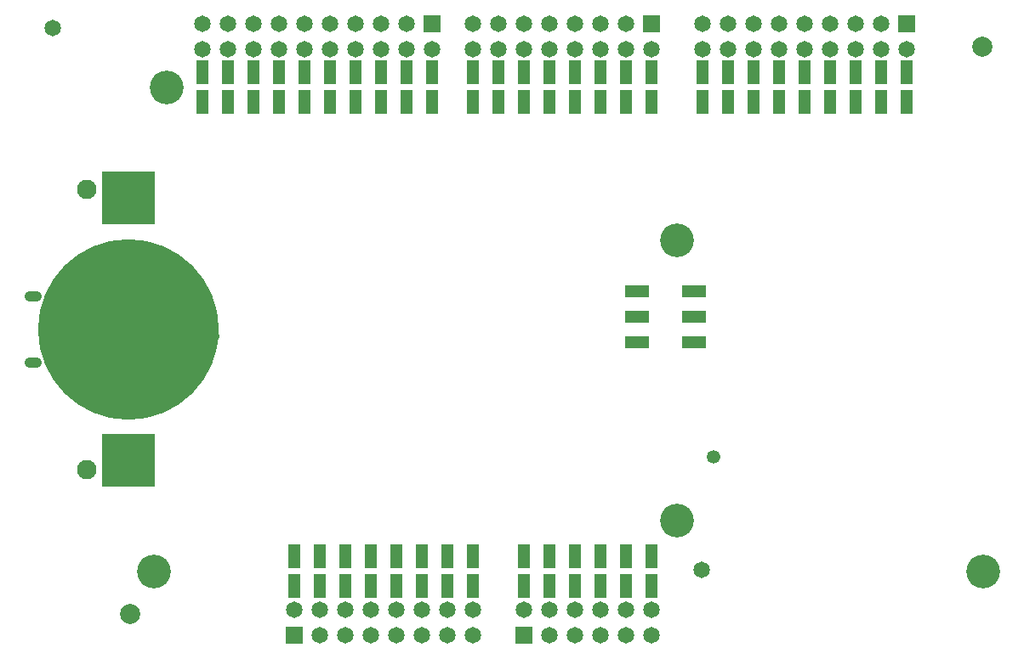
<source format=gbs>
G04 Layer_Color=16711935*
%FSLAX24Y24*%
%MOIN*%
G70*
G01*
G75*
%ADD104R,0.0462X0.0922*%
%ADD125C,0.0787*%
%ADD137C,0.0529*%
%ADD138C,0.0651*%
%ADD139O,0.0690X0.0414*%
%ADD140R,0.0651X0.0651*%
%ADD141C,0.0761*%
%ADD142C,0.1320*%
%ADD143C,0.0300*%
%ADD144C,0.7087*%
%ADD145R,0.0934X0.0462*%
%ADD146R,0.2060X0.2060*%
G04:AMPARAMS|DCode=147|XSize=399.7mil|YSize=399.7mil|CornerRadius=101.4mil|HoleSize=0mil|Usage=FLASHONLY|Rotation=270.000|XOffset=0mil|YOffset=0mil|HoleType=Round|Shape=RoundedRectangle|*
%AMROUNDEDRECTD147*
21,1,0.3997,0.1969,0,0,270.0*
21,1,0.1969,0.3997,0,0,270.0*
1,1,0.2029,-0.0984,-0.0984*
1,1,0.2029,-0.0984,0.0984*
1,1,0.2029,0.0984,0.0984*
1,1,0.2029,0.0984,-0.0984*
%
%ADD147ROUNDEDRECTD147*%
D104*
X26995Y22567D02*
D03*
Y21414D02*
D03*
X34995D02*
D03*
Y22567D02*
D03*
X30995D02*
D03*
Y21414D02*
D03*
X29995Y22567D02*
D03*
Y21414D02*
D03*
X31995Y22567D02*
D03*
Y21414D02*
D03*
X32995Y22567D02*
D03*
Y21414D02*
D03*
X33995D02*
D03*
Y22567D02*
D03*
X27995Y21414D02*
D03*
Y22567D02*
D03*
X28995Y21414D02*
D03*
Y22567D02*
D03*
X10995Y3567D02*
D03*
Y2414D02*
D03*
X14995D02*
D03*
Y3567D02*
D03*
X15995Y2414D02*
D03*
Y3567D02*
D03*
X13995Y2414D02*
D03*
Y3567D02*
D03*
X12995Y2414D02*
D03*
Y3567D02*
D03*
X11995D02*
D03*
Y2414D02*
D03*
X17995Y3567D02*
D03*
Y2414D02*
D03*
X16995Y3567D02*
D03*
Y2414D02*
D03*
X24995Y21414D02*
D03*
Y22567D02*
D03*
X20995D02*
D03*
Y21414D02*
D03*
X19995Y22567D02*
D03*
Y21414D02*
D03*
X21995Y22567D02*
D03*
Y21414D02*
D03*
X22995Y22567D02*
D03*
Y21414D02*
D03*
X23995D02*
D03*
Y22567D02*
D03*
X17995Y21414D02*
D03*
Y22567D02*
D03*
X18995Y21414D02*
D03*
Y22567D02*
D03*
X8395D02*
D03*
Y21414D02*
D03*
X7395Y22567D02*
D03*
Y21414D02*
D03*
X16395D02*
D03*
Y22567D02*
D03*
X12395D02*
D03*
Y21414D02*
D03*
X11395Y22567D02*
D03*
Y21414D02*
D03*
X13395Y22567D02*
D03*
Y21414D02*
D03*
X14395Y22567D02*
D03*
Y21414D02*
D03*
X15395D02*
D03*
Y22567D02*
D03*
X9395Y21414D02*
D03*
Y22567D02*
D03*
X10395Y21414D02*
D03*
Y22567D02*
D03*
X20995Y2414D02*
D03*
Y3567D02*
D03*
X21995D02*
D03*
Y2414D02*
D03*
X22995Y3567D02*
D03*
Y2414D02*
D03*
X24995Y3567D02*
D03*
Y2414D02*
D03*
X23995Y3567D02*
D03*
Y2414D02*
D03*
X19995D02*
D03*
Y3567D02*
D03*
D125*
X37968Y23591D02*
D03*
X4575Y1305D02*
D03*
D137*
X27419Y7485D02*
D03*
D138*
X1525Y24301D02*
D03*
X26975Y3051D02*
D03*
X27995Y24491D02*
D03*
Y23491D02*
D03*
X30995D02*
D03*
Y24491D02*
D03*
X32995Y23491D02*
D03*
Y24491D02*
D03*
X33995Y23491D02*
D03*
Y24491D02*
D03*
X34995Y23491D02*
D03*
X31995Y24491D02*
D03*
Y23491D02*
D03*
X29995Y24491D02*
D03*
Y23491D02*
D03*
X28995D02*
D03*
Y24491D02*
D03*
X26995D02*
D03*
Y23491D02*
D03*
X24995Y1491D02*
D03*
Y491D02*
D03*
X22995Y1491D02*
D03*
Y491D02*
D03*
X19995Y1491D02*
D03*
X20995Y491D02*
D03*
Y1491D02*
D03*
X21995Y491D02*
D03*
Y1491D02*
D03*
X23995Y491D02*
D03*
Y1491D02*
D03*
X17995Y491D02*
D03*
Y1491D02*
D03*
X14995D02*
D03*
Y491D02*
D03*
X12995Y1491D02*
D03*
Y491D02*
D03*
X11995Y1491D02*
D03*
Y491D02*
D03*
X10995Y1491D02*
D03*
X13995Y491D02*
D03*
Y1491D02*
D03*
X15995Y491D02*
D03*
Y1491D02*
D03*
X16995D02*
D03*
Y491D02*
D03*
X17995Y24491D02*
D03*
Y23491D02*
D03*
X20995D02*
D03*
Y24491D02*
D03*
X22995Y23491D02*
D03*
Y24491D02*
D03*
X23995Y23491D02*
D03*
Y24491D02*
D03*
X24995Y23491D02*
D03*
X21995Y24491D02*
D03*
Y23491D02*
D03*
X19995Y24491D02*
D03*
Y23491D02*
D03*
X18995D02*
D03*
Y24491D02*
D03*
X7395D02*
D03*
Y23491D02*
D03*
X8395D02*
D03*
Y24491D02*
D03*
X10395D02*
D03*
Y23491D02*
D03*
X11395D02*
D03*
Y24491D02*
D03*
X13395Y23491D02*
D03*
Y24491D02*
D03*
X16395Y23491D02*
D03*
X15395Y24491D02*
D03*
Y23491D02*
D03*
X14395Y24491D02*
D03*
Y23491D02*
D03*
X12395Y24491D02*
D03*
Y23491D02*
D03*
X9395D02*
D03*
Y24491D02*
D03*
D139*
X761Y11191D02*
D03*
Y13790D02*
D03*
D140*
X34995Y24491D02*
D03*
X19995Y491D02*
D03*
X10995D02*
D03*
X24995Y24491D02*
D03*
X16395D02*
D03*
D141*
X2875Y17991D02*
D03*
Y6991D02*
D03*
D142*
X25995Y4991D02*
D03*
Y15991D02*
D03*
X5495Y2991D02*
D03*
X5995Y21991D02*
D03*
X37995Y2991D02*
D03*
D143*
X3365Y15425D02*
D03*
X5235Y15435D02*
D03*
X2495Y14865D02*
D03*
X2785Y13545D02*
D03*
X2505Y11255D02*
D03*
X1355Y11835D02*
D03*
Y12745D02*
D03*
X4321Y11786D02*
D03*
X6345Y15275D02*
D03*
X6495Y12491D02*
D03*
X3695Y13495D02*
D03*
X5291Y11661D02*
D03*
X7911Y12231D02*
D03*
X6495Y10491D02*
D03*
X2385Y11860D02*
D03*
X4541Y11391D02*
D03*
X4495Y14491D02*
D03*
X3095Y9421D02*
D03*
X3135Y10061D02*
D03*
X4405Y10241D02*
D03*
X5245Y10231D02*
D03*
D144*
X4495Y12485D02*
D03*
D145*
X24433Y11991D02*
D03*
X26658D02*
D03*
X24433Y12991D02*
D03*
Y13991D02*
D03*
X26658Y12991D02*
D03*
Y13991D02*
D03*
D146*
X4495Y7335D02*
D03*
Y17635D02*
D03*
D147*
Y12485D02*
D03*
M02*

</source>
